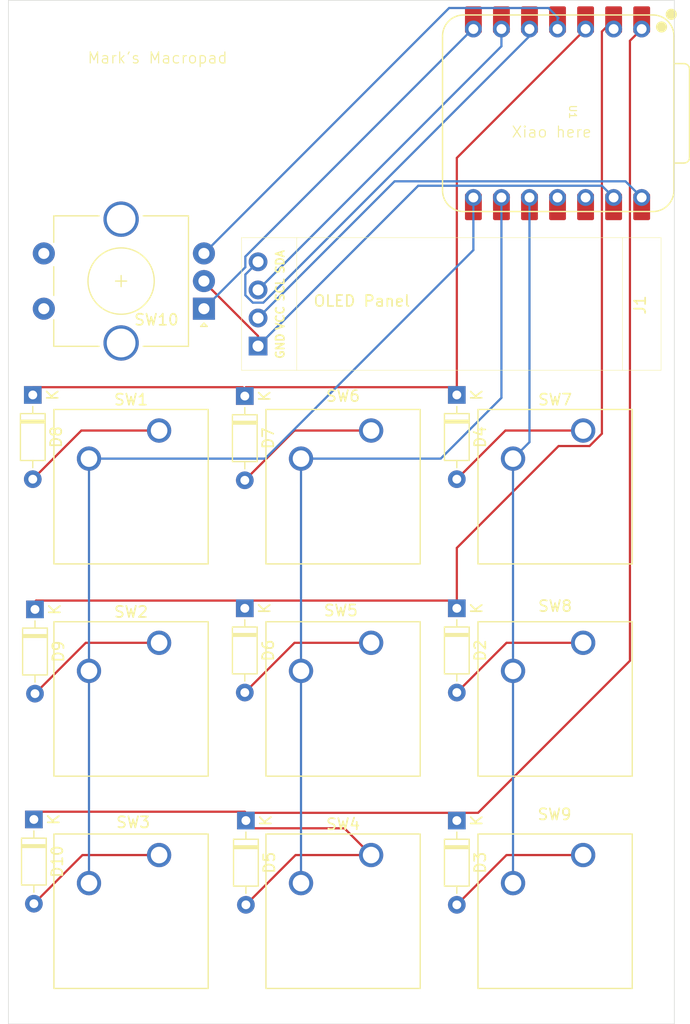
<source format=kicad_pcb>
(kicad_pcb (version 20241229) (generator "pcbnew") (generator_version "9.0")
  (layers (0 "F.Cu" signal) (2 "B.Cu" signal) (13 "F.Paste" user) (15 "B.Paste" user) (5 "F.SilkS" user "F.Silkscreen") (7 "B.SilkS" user "B.Silkscreen") (1 "F.Mask" user) (3 "B.Mask" user) (25 "Edge.Cuts" user))
  (net 0 "")
  (net 1 "Net-(D2-A)")
  (net 2 "Net-(D2-K)")
  (net 3 "Net-(D10-K)")
  (net 4 "Net-(D3-A)")
  (net 5 "Net-(D4-A)")
  (net 6 "Net-(D4-K)")
  (net 7 "Net-(D5-A)")
  (net 8 "Net-(D6-A)")
  (net 9 "Net-(D7-A)")
  (net 10 "Net-(D8-A)")
  (net 11 "Net-(D9-A)")
  (net 12 "Net-(D10-A)")
  (net 15 "Net-(U1-GPIO1{slash}RX)")
  (net 16 "Net-(U1-GPIO2{slash}SCK)")
  (net 17 "Net-(U1-GPIO4{slash}MISO)")
  (net 18 "Net-(J1-Pin_3)")
  (net 19 "Net-(J1-Pin_4)")
  (net 20 "Net-(J1-Pin_2)")
  (net 21 "Net-(J1-Pin_1)")
  (net 24 "Net-(U1-GPIO29{slash}ADC3{slash}A3)")
  (net 25 "Net-(U1-GPIO0{slash}TX)")
  (footprint "Dio:D_DO-35_SOD27_P7.62mm_Horizontal" (layer "F.Cu") (at 118.3 122.1 -90)
    (property "Reference" "D10" (at 3.81 -2.12 270) (layer "F.SilkS"))
    (property "Value" "1N4148WT")
    (fp_line (start 1.69 1.12) (end 5.93 1.12) (stroke (width 0.12)) (layer "F.SilkS"))
    (fp_line (start 5.93 1.12) (end 5.93 -1.12) (stroke (width 0.12)) (layer "F.SilkS"))
    (fp_line (start 1.04 0) (end 1.69 0) (stroke (width 0.12)) (layer "F.SilkS"))
    (fp_line (start 6.58 0) (end 5.93 0) (stroke (width 0.12)) (layer "F.SilkS"))
    (fp_line (start 1.69 -1.12) (end 1.69 1.12) (stroke (width 0.12)) (layer "F.SilkS"))
    (fp_line (start 2.29 -1.12) (end 2.29 1.12) (stroke (width 0.12)) (layer "F.SilkS"))
    (fp_line (start 2.41 -1.12) (end 2.41 1.12) (stroke (width 0.12)) (layer "F.SilkS"))
    (fp_line (start 2.53 -1.12) (end 2.53 1.12) (stroke (width 0.12)) (layer "F.SilkS"))
    (fp_line (start 5.93 -1.12) (end 1.69 -1.12) (stroke (width 0.12)) (layer "F.SilkS"))
    (fp_text user "K" (at 0 -1.8 270) (layer "F.SilkS"))
    (pad "1" thru_hole rect (at 0 0 270) (size 1.6 1.6) (drill 0.8) (layers "*.Cu" "*.Mask") (net 3 "Net-(D10-K)"))
    (pad "2" thru_hole oval (at 7.62 0 270) (size 1.6 1.6) (drill 0.8) (layers "*.Cu" "*.Mask") (net 12 "Net-(D10-A)"))
  )
  (footprint "Dio:D_DO-35_SOD27_P7.62mm_Horizontal" (layer "F.Cu") (at 156.6 103 -90)
    (property "Reference" "D2" (at 3.81 -2.12 270) (layer "F.SilkS"))
    (property "Value" "1N4148WT")
    (fp_line (start 1.69 1.12) (end 5.93 1.12) (stroke (width 0.12)) (layer "F.SilkS"))
    (fp_line (start 5.93 1.12) (end 5.93 -1.12) (stroke (width 0.12)) (layer "F.SilkS"))
    (fp_line (start 1.04 0) (end 1.69 0) (stroke (width 0.12)) (layer "F.SilkS"))
    (fp_line (start 6.58 0) (end 5.93 0) (stroke (width 0.12)) (layer "F.SilkS"))
    (fp_line (start 1.69 -1.12) (end 1.69 1.12) (stroke (width 0.12)) (layer "F.SilkS"))
    (fp_line (start 2.29 -1.12) (end 2.29 1.12) (stroke (width 0.12)) (layer "F.SilkS"))
    (fp_line (start 2.41 -1.12) (end 2.41 1.12) (stroke (width 0.12)) (layer "F.SilkS"))
    (fp_line (start 2.53 -1.12) (end 2.53 1.12) (stroke (width 0.12)) (layer "F.SilkS"))
    (fp_line (start 5.93 -1.12) (end 1.69 -1.12) (stroke (width 0.12)) (layer "F.SilkS"))
    (fp_text user "K" (at 0 -1.8 270) (layer "F.SilkS"))
    (pad "1" thru_hole rect (at 0 0 270) (size 1.6 1.6) (drill 0.8) (layers "*.Cu" "*.Mask") (net 2 "Net-(D2-K)"))
    (pad "2" thru_hole oval (at 7.62 0 270) (size 1.6 1.6) (drill 0.8) (layers "*.Cu" "*.Mask") (net 1 "Net-(D2-A)"))
  )
  (footprint "OLED:SSD1306-0.91-OLED-4pin-128x32" (layer "F.Cu") (at 175.1 81.47 180)
    (property "Reference" "J1" (at 1.9 5.91 90) (layer "F.SilkS"))
    (property "Value" "OLED" (hide yes))
    (fp_line (start 38 12) (end 38 0) (stroke (width 0.04)) (layer "F.SilkS"))
    (fp_line (start 38 0) (end 0 0) (stroke (width 0.04)) (layer "F.SilkS"))
    (fp_line (start 33 0) (end 33 12) (stroke (width 0.04)) (layer "F.SilkS"))
    (fp_line (start 3.5 0) (end 3.5 12) (stroke (width 0.04)) (layer "F.SilkS"))
    (fp_line (start 0 12) (end 38 12) (stroke (width 0.04)) (layer "F.SilkS"))
    (fp_line (start 0 0) (end 0 12) (stroke (width 0.04)) (layer "F.SilkS"))
    (fp_text user "SCL" (at 34.5 7.27 90) (layer "F.SilkS") (effects (font (size 0.75 0.75))))
    (fp_text user "VCC" (at 34.5 4.73 90) (layer "F.SilkS") (effects (font (size 0.75 0.75))))
    (fp_text user "GND" (at 34.5 2.19 90) (layer "F.SilkS") (effects (font (size 0.75 0.75))))
    (fp_text user "SDA" (at 34.5 9.81 90) (layer "F.SilkS") (effects (font (size 0.75 0.75))))
    (fp_text user "OLED Panel" (at 27.1 6.27 0) (layer "F.SilkS"))
    (pad "1" thru_hole rect (at 36.5 2.19 180) (size 1.7 1.7) (drill 1) (layers "*.Cu" "*.Mask") (net 21 "Net-(J1-Pin_1)"))
    (pad "2" thru_hole oval (at 36.5 4.73 180) (size 1.7 1.7) (drill 1) (layers "*.Cu" "*.Mask") (net 20 "Net-(J1-Pin_2)"))
    (pad "3" thru_hole oval (at 36.5 7.27 180) (size 1.7 1.7) (drill 1) (layers "*.Cu" "*.Mask") (net 18 "Net-(J1-Pin_3)"))
    (pad "4" thru_hole oval (at 36.5 9.81 180) (size 1.7 1.7) (drill 1) (layers "*.Cu" "*.Mask") (net 19 "Net-(J1-Pin_4)"))
  )
  (footprint "Rotary_Encoder:RotaryEncoder_Alps_EC11E-Switch_Vertical_H20mm_CircularMountingHoles" (layer "F.Cu") (at 133.7 75.9 180)
    (property "Reference" "SW10" (at 4.3 -1 0) (layer "F.SilkS"))
    (property "Value" "RotaryEncoder_Switch" (hide yes))
    (fp_line (start 13.6 8.4) (end 9.5 8.4) (stroke (width 0.12)) (layer "F.SilkS"))
    (fp_line (start 13.6 6) (end 13.6 8.4) (stroke (width 0.12)) (layer "F.SilkS"))
    (fp_line (start 13.6 1.2) (end 13.6 3.8) (stroke (width 0.12)) (layer "F.SilkS"))
    (fp_line (start 13.6 -3.4) (end 13.6 -1) (stroke (width 0.12)) (layer "F.SilkS"))
    (fp_line (start 9.5 -3.4) (end 13.6 -3.4) (stroke (width 0.12)) (layer "F.SilkS"))
    (fp_line (start 7.5 2) (end 7.5 3) (stroke (width 0.12)) (layer "F.SilkS"))
    (fp_line (start 7 2.5) (end 8 2.5) (stroke (width 0.12)) (layer "F.SilkS"))
    (fp_line (start 5.5 8.4) (end 1.4 8.4) (stroke (width 0.12)) (layer "F.SilkS"))
    (fp_line (start 5.5 -3.4) (end 1.4 -3.4) (stroke (width 0.12)) (layer "F.SilkS"))
    (fp_line (start 1.4 -3.4) (end 1.4 8.4) (stroke (width 0.12)) (layer "F.SilkS"))
    (fp_line (start 0.3 -1.6) (end 0 -1.3) (stroke (width 0.12)) (layer "F.SilkS"))
    (fp_line (start 0 -1.3) (end -0.3 -1.6) (stroke (width 0.12)) (layer "F.SilkS"))
    (fp_line (start -0.3 -1.6) (end 0.3 -1.6) (stroke (width 0.12)) (layer "F.SilkS"))
    (fp_circle (center 7.5 2.5) (end 10.5 2.5) (stroke (width 0.12)) (fill no) (layer "F.SilkS"))
    (pad "A" thru_hole rect (at 0 0 180) (size 2 2) (drill 1) (layers "*.Cu" "*.Mask") (net 25 "Net-(U1-GPIO0{slash}TX)"))
    (pad "B" thru_hole circle (at 0 5 180) (size 2 2) (drill 1) (layers "*.Cu" "*.Mask") (net 24 "Net-(U1-GPIO29{slash}ADC3{slash}A3)"))
    (pad "C" thru_hole circle (at 0 2.5 180) (size 2 2) (drill 1) (layers "*.Cu" "*.Mask") (net 21 "Net-(J1-Pin_1)"))
    (pad "MP" thru_hole circle (at 7.5 -3.1 180) (size 3.2 3.2) (drill 2.6) (layers "*.Cu" "*.Mask"))
    (pad "MP" thru_hole circle (at 7.5 8.1 180) (size 3.2 3.2) (drill 2.6) (layers "*.Cu" "*.Mask"))
    (pad "S1" thru_hole circle (at 14.5 5 180) (size 2 2) (drill 1) (layers "*.Cu" "*.Mask"))
    (pad "S2" thru_hole circle (at 14.5 0 180) (size 2 2) (drill 1) (layers "*.Cu" "*.Mask"))
  )
  (footprint "Dio:D_DO-35_SOD27_P7.62mm_Horizontal" (layer "F.Cu") (at 118.4 103.1 -90)
    (property "Reference" "D9" (at 3.81 -2.12 270) (layer "F.SilkS"))
    (property "Value" "1N4148WT")
    (fp_line (start 1.69 1.12) (end 5.93 1.12) (stroke (width 0.12)) (layer "F.SilkS"))
    (fp_line (start 5.93 1.12) (end 5.93 -1.12) (stroke (width 0.12)) (layer "F.SilkS"))
    (fp_line (start 1.04 0) (end 1.69 0) (stroke (width 0.12)) (layer "F.SilkS"))
    (fp_line (start 6.58 0) (end 5.93 0) (stroke (width 0.12)) (layer "F.SilkS"))
    (fp_line (start 1.69 -1.12) (end 1.69 1.12) (stroke (width 0.12)) (layer "F.SilkS"))
    (fp_line (start 2.29 -1.12) (end 2.29 1.12) (stroke (width 0.12)) (layer "F.SilkS"))
    (fp_line (start 2.41 -1.12) (end 2.41 1.12) (stroke (width 0.12)) (layer "F.SilkS"))
    (fp_line (start 2.53 -1.12) (end 2.53 1.12) (stroke (width 0.12)) (layer "F.SilkS"))
    (fp_line (start 5.93 -1.12) (end 1.69 -1.12) (stroke (width 0.12)) (layer "F.SilkS"))
    (fp_text user "K" (at 0 -1.8 270) (layer "F.SilkS"))
    (pad "1" thru_hole rect (at 0 0 270) (size 1.6 1.6) (drill 0.8) (layers "*.Cu" "*.Mask") (net 2 "Net-(D2-K)"))
    (pad "2" thru_hole oval (at 7.62 0 270) (size 1.6 1.6) (drill 0.8) (layers "*.Cu" "*.Mask") (net 11 "Net-(D9-A)"))
  )
  (footprint "Dio:D_DO-35_SOD27_P7.62mm_Horizontal" (layer "F.Cu") (at 137.5 122.2 -90)
    (property "Reference" "D5" (at 3.81 -2.12 270) (layer "F.SilkS"))
    (property "Value" "1N4148WT")
    (fp_line (start 1.69 1.12) (end 5.93 1.12) (stroke (width 0.12)) (layer "F.SilkS"))
    (fp_line (start 5.93 1.12) (end 5.93 -1.12) (stroke (width 0.12)) (layer "F.SilkS"))
    (fp_line (start 1.04 0) (end 1.69 0) (stroke (width 0.12)) (layer "F.SilkS"))
    (fp_line (start 6.58 0) (end 5.93 0) (stroke (width 0.12)) (layer "F.SilkS"))
    (fp_line (start 1.69 -1.12) (end 1.69 1.12) (stroke (width 0.12)) (layer "F.SilkS"))
    (fp_line (start 2.29 -1.12) (end 2.29 1.12) (stroke (width 0.12)) (layer "F.SilkS"))
    (fp_line (start 2.41 -1.12) (end 2.41 1.12) (stroke (width 0.12)) (layer "F.SilkS"))
    (fp_line (start 2.53 -1.12) (end 2.53 1.12) (stroke (width 0.12)) (layer "F.SilkS"))
    (fp_line (start 5.93 -1.12) (end 1.69 -1.12) (stroke (width 0.12)) (layer "F.SilkS"))
    (fp_text user "K" (at 0 -1.8 270) (layer "F.SilkS"))
    (pad "1" thru_hole rect (at 0 0 270) (size 1.6 1.6) (drill 0.8) (layers "*.Cu" "*.Mask") (net 3 "Net-(D10-K)"))
    (pad "2" thru_hole oval (at 7.62 0 270) (size 1.6 1.6) (drill 0.8) (layers "*.Cu" "*.Mask") (net 7 "Net-(D5-A)"))
  )
  (footprint "Button_Switch_Keyboard:SW_Cherry_MX_1.00u_PCB" (layer "F.Cu") (at 148.84 125.32)
    (property "Reference" "SW4" (at -2.54 -2.794 0) (layer "F.SilkS"))
    (property "Value" "SW_Push")
    (fp_line (start -9.525 -1.905) (end 4.445 -1.905) (stroke (width 0.12)) (layer "F.SilkS"))
    (fp_line (start -9.525 12.065) (end -9.525 -1.905) (stroke (width 0.12)) (layer "F.SilkS"))
    (fp_line (start 4.445 -1.905) (end 4.445 12.065) (stroke (width 0.12)) (layer "F.SilkS"))
    (fp_line (start 4.445 12.065) (end -9.525 12.065) (stroke (width 0.12)) (layer "F.SilkS"))
    (pad "" np_thru_hole circle (at -7.62 5.08) (size 1.7 1.7) (drill 1.7) (layers "*.Cu" "*.Mask"))
    (pad "" np_thru_hole circle (at -2.54 5.08) (size 4 4) (drill 4) (layers "*.Cu" "*.Mask"))
    (pad "" np_thru_hole circle (at 2.54 5.08) (size 1.7 1.7) (drill 1.7) (layers "*.Cu" "*.Mask"))
    (pad "1" thru_hole circle (at 0 0) (size 2.2 2.2) (drill 1.5) (layers "*.Cu" "*.Mask") (net 7 "Net-(D5-A)"))
    (pad "2" thru_hole circle (at -6.35 2.54) (size 2.2 2.2) (drill 1.5) (layers "*.Cu" "*.Mask") (net 16 "Net-(U1-GPIO2{slash}SCK)"))
  )
  (footprint "Button_Switch_Keyboard:SW_Cherry_MX_1.00u_PCB" (layer "F.Cu") (at 168.04 106.12)
    (property "Reference" "SW8" (at -2.54 -3.32 0) (layer "F.SilkS"))
    (property "Value" "SW_Push")
    (fp_line (start -9.525 -1.905) (end 4.445 -1.905) (stroke (width 0.12)) (layer "F.SilkS"))
    (fp_line (start -9.525 12.065) (end -9.525 -1.905) (stroke (width 0.12)) (layer "F.SilkS"))
    (fp_line (start 4.445 -1.905) (end 4.445 12.065) (stroke (width 0.12)) (layer "F.SilkS"))
    (fp_line (start 4.445 12.065) (end -9.525 12.065) (stroke (width 0.12)) (layer "F.SilkS"))
    (pad "" np_thru_hole circle (at -7.62 5.08) (size 1.7 1.7) (drill 1.7) (layers "*.Cu" "*.Mask"))
    (pad "" np_thru_hole circle (at -2.54 5.08) (size 4 4) (drill 4) (layers "*.Cu" "*.Mask"))
    (pad "" np_thru_hole circle (at 2.54 5.08) (size 1.7 1.7) (drill 1.7) (layers "*.Cu" "*.Mask"))
    (pad "1" thru_hole circle (at 0 0) (size 2.2 2.2) (drill 1.5) (layers "*.Cu" "*.Mask") (net 1 "Net-(D2-A)"))
    (pad "2" thru_hole circle (at -6.35 2.54) (size 2.2 2.2) (drill 1.5) (layers "*.Cu" "*.Mask") (net 17 "Net-(U1-GPIO4{slash}MISO)"))
  )
  (footprint "Dio:D_DO-35_SOD27_P7.62mm_Horizontal" (layer "F.Cu") (at 137.4 83.8 -90)
    (property "Reference" "D7" (at 3.81 -2.12 270) (layer "F.SilkS"))
    (property "Value" "1N4148WT")
    (fp_line (start 1.69 1.12) (end 5.93 1.12) (stroke (width 0.12)) (layer "F.SilkS"))
    (fp_line (start 5.93 1.12) (end 5.93 -1.12) (stroke (width 0.12)) (layer "F.SilkS"))
    (fp_line (start 1.04 0) (end 1.69 0) (stroke (width 0.12)) (layer "F.SilkS"))
    (fp_line (start 6.58 0) (end 5.93 0) (stroke (width 0.12)) (layer "F.SilkS"))
    (fp_line (start 1.69 -1.12) (end 1.69 1.12) (stroke (width 0.12)) (layer "F.SilkS"))
    (fp_line (start 2.29 -1.12) (end 2.29 1.12) (stroke (width 0.12)) (layer "F.SilkS"))
    (fp_line (start 2.41 -1.12) (end 2.41 1.12) (stroke (width 0.12)) (layer "F.SilkS"))
    (fp_line (start 2.53 -1.12) (end 2.53 1.12) (stroke (width 0.12)) (layer "F.SilkS"))
    (fp_line (start 5.93 -1.12) (end 1.69 -1.12) (stroke (width 0.12)) (layer "F.SilkS"))
    (fp_text user "K" (at 0 -1.8 270) (layer "F.SilkS"))
    (pad "1" thru_hole rect (at 0 0 270) (size 1.6 1.6) (drill 0.8) (layers "*.Cu" "*.Mask") (net 6 "Net-(D4-K)"))
    (pad "2" thru_hole oval (at 7.62 0 270) (size 1.6 1.6) (drill 0.8) (layers "*.Cu" "*.Mask") (net 9 "Net-(D7-A)"))
  )
  (footprint "Dio:D_DO-35_SOD27_P7.62mm_Horizontal" (layer "F.Cu") (at 156.6 122.2 -90)
    (property "Reference" "D3" (at 3.81 -2.12 270) (layer "F.SilkS"))
    (property "Value" "1N4148WT")
    (fp_line (start 1.69 1.12) (end 5.93 1.12) (stroke (width 0.12)) (layer "F.SilkS"))
    (fp_line (start 5.93 1.12) (end 5.93 -1.12) (stroke (width 0.12)) (layer "F.SilkS"))
    (fp_line (start 1.04 0) (end 1.69 0) (stroke (width 0.12)) (layer "F.SilkS"))
    (fp_line (start 6.58 0) (end 5.93 0) (stroke (width 0.12)) (layer "F.SilkS"))
    (fp_line (start 1.69 -1.12) (end 1.69 1.12) (stroke (width 0.12)) (layer "F.SilkS"))
    (fp_line (start 2.29 -1.12) (end 2.29 1.12) (stroke (width 0.12)) (layer "F.SilkS"))
    (fp_line (start 2.41 -1.12) (end 2.41 1.12) (stroke (width 0.12)) (layer "F.SilkS"))
    (fp_line (start 2.53 -1.12) (end 2.53 1.12) (stroke (width 0.12)) (layer "F.SilkS"))
    (fp_line (start 5.93 -1.12) (end 1.69 -1.12) (stroke (width 0.12)) (layer "F.SilkS"))
    (fp_text user "K" (at 0 -1.8 270) (layer "F.SilkS"))
    (pad "1" thru_hole rect (at 0 0 270) (size 1.6 1.6) (drill 0.8) (layers "*.Cu" "*.Mask") (net 3 "Net-(D10-K)"))
    (pad "2" thru_hole oval (at 7.62 0 270) (size 1.6 1.6) (drill 0.8) (layers "*.Cu" "*.Mask") (net 4 "Net-(D3-A)"))
  )
  (footprint "Button_Switch_Keyboard:SW_Cherry_MX_1.00u_PCB" (layer "F.Cu") (at 148.84 106.12)
    (property "Reference" "SW5" (at -2.74 -2.92 0) (layer "F.SilkS"))
    (property "Value" "SW_Push")
    (fp_line (start -9.525 -1.905) (end 4.445 -1.905) (stroke (width 0.12)) (layer "F.SilkS"))
    (fp_line (start -9.525 12.065) (end -9.525 -1.905) (stroke (width 0.12)) (layer "F.SilkS"))
    (fp_line (start 4.445 -1.905) (end 4.445 12.065) (stroke (width 0.12)) (layer "F.SilkS"))
    (fp_line (start 4.445 12.065) (end -9.525 12.065) (stroke (width 0.12)) (layer "F.SilkS"))
    (pad "" np_thru_hole circle (at -7.62 5.08) (size 1.7 1.7) (drill 1.7) (layers "*.Cu" "*.Mask"))
    (pad "" np_thru_hole circle (at -2.54 5.08) (size 4 4) (drill 4) (layers "*.Cu" "*.Mask"))
    (pad "" np_thru_hole circle (at 2.54 5.08) (size 1.7 1.7) (drill 1.7) (layers "*.Cu" "*.Mask"))
    (pad "1" thru_hole circle (at 0 0) (size 2.2 2.2) (drill 1.5) (layers "*.Cu" "*.Mask") (net 8 "Net-(D6-A)"))
    (pad "2" thru_hole circle (at -6.35 2.54) (size 2.2 2.2) (drill 1.5) (layers "*.Cu" "*.Mask") (net 16 "Net-(U1-GPIO2{slash}SCK)"))
  )
  (footprint "Dio:D_DO-35_SOD27_P7.62mm_Horizontal" (layer "F.Cu") (at 137.4 103 -90)
    (property "Reference" "D6" (at 3.81 -2.12 270) (layer "F.SilkS"))
    (property "Value" "1N4148WT")
    (fp_line (start 1.69 1.12) (end 5.93 1.12) (stroke (width 0.12)) (layer "F.SilkS"))
    (fp_line (start 5.93 1.12) (end 5.93 -1.12) (stroke (width 0.12)) (layer "F.SilkS"))
    (fp_line (start 1.04 0) (end 1.69 0) (stroke (width 0.12)) (layer "F.SilkS"))
    (fp_line (start 6.58 0) (end 5.93 0) (stroke (width 0.12)) (layer "F.SilkS"))
    (fp_line (start 1.69 -1.12) (end 1.69 1.12) (stroke (width 0.12)) (layer "F.SilkS"))
    (fp_line (start 2.29 -1.12) (end 2.29 1.12) (stroke (width 0.12)) (layer "F.SilkS"))
    (fp_line (start 2.41 -1.12) (end 2.41 1.12) (stroke (width 0.12)) (layer "F.SilkS"))
    (fp_line (start 2.53 -1.12) (end 2.53 1.12) (stroke (width 0.12)) (layer "F.SilkS"))
    (fp_line (start 5.93 -1.12) (end 1.69 -1.12) (stroke (width 0.12)) (layer "F.SilkS"))
    (fp_text user "K" (at 0 -1.8 270) (layer "F.SilkS"))
    (pad "1" thru_hole rect (at 0 0 270) (size 1.6 1.6) (drill 0.8) (layers "*.Cu" "*.Mask") (net 2 "Net-(D2-K)"))
    (pad "2" thru_hole oval (at 7.62 0 270) (size 1.6 1.6) (drill 0.8) (layers "*.Cu" "*.Mask") (net 8 "Net-(D6-A)"))
  )
  (footprint "Button_Switch_Keyboard:SW_Cherry_MX_1.00u_PCB" (layer "F.Cu") (at 129.64 125.32)
    (property "Reference" "SW3" (at -2.35 -2.96 0) (layer "F.SilkS"))
    (property "Value" "SW_Push")
    (fp_line (start -9.525 -1.905) (end 4.445 -1.905) (stroke (width 0.12)) (layer "F.SilkS"))
    (fp_line (start -9.525 12.065) (end -9.525 -1.905) (stroke (width 0.12)) (layer "F.SilkS"))
    (fp_line (start 4.445 -1.905) (end 4.445 12.065) (stroke (width 0.12)) (layer "F.SilkS"))
    (fp_line (start 4.445 12.065) (end -9.525 12.065) (stroke (width 0.12)) (layer "F.SilkS"))
    (pad "" np_thru_hole circle (at -7.62 5.08) (size 1.7 1.7) (drill 1.7) (layers "*.Cu" "*.Mask"))
    (pad "" np_thru_hole circle (at -2.54 5.08) (size 4 4) (drill 4) (layers "*.Cu" "*.Mask"))
    (pad "" np_thru_hole circle (at 2.54 5.08) (size 1.7 1.7) (drill 1.7) (layers "*.Cu" "*.Mask"))
    (pad "1" thru_hole circle (at 0 0) (size 2.2 2.2) (drill 1.5) (layers "*.Cu" "*.Mask") (net 12 "Net-(D10-A)"))
    (pad "2" thru_hole circle (at -6.35 2.54) (size 2.2 2.2) (drill 1.5) (layers "*.Cu" "*.Mask") (net 15 "Net-(U1-GPIO1{slash}RX)"))
  )
  (footprint "Button_Switch_Keyboard:SW_Cherry_MX_1.00u_PCB" (layer "F.Cu") (at 168.04 86.92)
    (property "Reference" "SW7" (at -2.54 -2.794 0) (layer "F.SilkS"))
    (property "Value" "SW_Push")
    (fp_line (start -9.525 -1.905) (end 4.445 -1.905) (stroke (width 0.12)) (layer "F.SilkS"))
    (fp_line (start -9.525 12.065) (end -9.525 -1.905) (stroke (width 0.12)) (layer "F.SilkS"))
    (fp_line (start 4.445 -1.905) (end 4.445 12.065) (stroke (width 0.12)) (layer "F.SilkS"))
    (fp_line (start 4.445 12.065) (end -9.525 12.065) (stroke (width 0.12)) (layer "F.SilkS"))
    (pad "" np_thru_hole circle (at -7.62 5.08) (size 1.7 1.7) (drill 1.7) (layers "*.Cu" "*.Mask"))
    (pad "" np_thru_hole circle (at -2.54 5.08) (size 4 4) (drill 4) (layers "*.Cu" "*.Mask"))
    (pad "" np_thru_hole circle (at 2.54 5.08) (size 1.7 1.7) (drill 1.7) (layers "*.Cu" "*.Mask"))
    (pad "1" thru_hole circle (at 0 0) (size 2.2 2.2) (drill 1.5) (layers "*.Cu" "*.Mask") (net 5 "Net-(D4-A)"))
    (pad "2" thru_hole circle (at -6.35 2.54) (size 2.2 2.2) (drill 1.5) (layers "*.Cu" "*.Mask") (net 17 "Net-(U1-GPIO4{slash}MISO)"))
  )
  (footprint "Button_Switch_Keyboard:SW_Cherry_MX_1.00u_PCB" (layer "F.Cu") (at 129.64 106.12)
    (property "Reference" "SW2" (at -2.54 -2.794 0) (layer "F.SilkS"))
    (property "Value" "SW_Push")
    (fp_line (start -9.525 -1.905) (end 4.445 -1.905) (stroke (width 0.12)) (layer "F.SilkS"))
    (fp_line (start -9.525 12.065) (end -9.525 -1.905) (stroke (width 0.12)) (layer "F.SilkS"))
    (fp_line (start 4.445 -1.905) (end 4.445 12.065) (stroke (width 0.12)) (layer "F.SilkS"))
    (fp_line (start 4.445 12.065) (end -9.525 12.065) (stroke (width 0.12)) (layer "F.SilkS"))
    (pad "" np_thru_hole circle (at -7.62 5.08) (size 1.7 1.7) (drill 1.7) (layers "*.Cu" "*.Mask"))
    (pad "" np_thru_hole circle (at -2.54 5.08) (size 4 4) (drill 4) (layers "*.Cu" "*.Mask"))
    (pad "" np_thru_hole circle (at 2.54 5.08) (size 1.7 1.7) (drill 1.7) (layers "*.Cu" "*.Mask"))
    (pad "1" thru_hole circle (at 0 0) (size 2.2 2.2) (drill 1.5) (layers "*.Cu" "*.Mask") (net 11 "Net-(D9-A)"))
    (pad "2" thru_hole circle (at -6.35 2.54) (size 2.2 2.2) (drill 1.5) (layers "*.Cu" "*.Mask") (net 15 "Net-(U1-GPIO1{slash}RX)"))
  )
  (footprint "Button_Switch_Keyboard:SW_Cherry_MX_1.00u_PCB" (layer "F.Cu") (at 129.64 86.92)
    (property "Reference" "SW1" (at -2.54 -2.794 0) (layer "F.SilkS"))
    (property "Value" "SW_Push")
    (fp_line (start -9.525 -1.905) (end 4.445 -1.905) (stroke (width 0.12)) (layer "F.SilkS"))
    (fp_line (start -9.525 12.065) (end -9.525 -1.905) (stroke (width 0.12)) (layer "F.SilkS"))
    (fp_line (start 4.445 -1.905) (end 4.445 12.065) (stroke (width 0.12)) (layer "F.SilkS"))
    (fp_line (start 4.445 12.065) (end -9.525 12.065) (stroke (width 0.12)) (layer "F.SilkS"))
    (pad "" np_thru_hole circle (at -7.62 5.08) (size 1.7 1.7) (drill 1.7) (layers "*.Cu" "*.Mask"))
    (pad "" np_thru_hole circle (at -2.54 5.08) (size 4 4) (drill 4) (layers "*.Cu" "*.Mask"))
    (pad "" np_thru_hole circle (at 2.54 5.08) (size 1.7 1.7) (drill 1.7) (layers "*.Cu" "*.Mask"))
    (pad "1" thru_hole circle (at 0 0) (size 2.2 2.2) (drill 1.5) (layers "*.Cu" "*.Mask") (net 10 "Net-(D8-A)"))
    (pad "2" thru_hole circle (at -6.35 2.54) (size 2.2 2.2) (drill 1.5) (layers "*.Cu" "*.Mask") (net 15 "Net-(U1-GPIO1{slash}RX)"))
  )
  (footprint "OPL:XIAO-RP2040-DIP" (layer "F.Cu") (at 165.72 58.22 -90)
    (property "Reference" "U1" (at -0.12 -1.38 270) (layer "F.SilkS") (effects (font (size 0.635 0.635) (thickness 0.1016))))
    (property "Value" "XIAO-RP2040-DIP" (hide yes))
    (fp_line (start -6.985 10.414) (end 6.985 10.414) (stroke (width 0.127)) (layer "F.SilkS"))
    (fp_line (start -8.89 8.509) (end -8.89 -8.636) (stroke (width 0.127)) (layer "F.SilkS"))
    (fp_line (start 8.89 8.509) (end 8.89 -8.636) (stroke (width 0.127)) (layer "F.SilkS"))
    (fp_line (start -4.495 -10.541) (end -4.491272 -11.451272) (stroke (width 0.127)) (layer "F.SilkS"))
    (fp_line (start 6.985 -10.541) (end -6.985 -10.541) (stroke (width 0.1)) (layer "F.SilkS"))
    (fp_line (start 6.985 -10.541) (end -6.985 -10.541) (stroke (width 0.127)) (layer "F.SilkS"))
    (fp_line (start 4.504 -11.451) (end 4.504 -10.541) (stroke (width 0.127)) (layer "F.SilkS"))
    (fp_line (start -3.991272 -11.951) (end 4.004 -11.951) (stroke (width 0.127)) (layer "F.SilkS"))
    (fp_arc (start -6.985 10.414) (mid -8.332038 9.856038) (end -8.89 8.509) (stroke (width 0.127)) (layer "F.SilkS"))
    (fp_arc (start 8.89 8.509) (mid 8.332038 9.856038) (end 6.985 10.414) (stroke (width 0.127)) (layer "F.SilkS"))
    (fp_arc (start -8.89 -8.636) (mid -8.332038 -9.983038) (end -6.985 -10.541) (stroke (width 0.127)) (layer "F.SilkS"))
    (fp_arc (start 6.985 -10.541) (mid 8.332038 -9.983038) (end 8.89 -8.636) (stroke (width 0.127)) (layer "F.SilkS"))
    (fp_arc (start -4.491272 -11.451272) (mid -4.344728 -11.80464) (end -3.991272 -11.951) (stroke (width 0.127)) (layer "F.SilkS"))
    (fp_arc (start 4.004 -11.951) (mid 4.357553 -11.804553) (end 4.504 -11.451) (stroke (width 0.127)) (layer "F.SilkS"))
    (fp_circle (center -7.807 -9.42) (end -7.807 -9.674) (stroke (width 0.5)) (fill yes) (layer "F.SilkS"))
    (fp_circle (center -8.95 -10.3) (end -8.95 -10.554) (stroke (width 0.5)) (fill yes) (layer "F.SilkS"))
    (pad "1" smd roundrect (at -8.455 -7.62 90) (size 2.432 1.524) (layers "F.Cu" "F.Mask") (roundrect_rratio 0.1) (net 3 "Net-(D10-K)"))
    (pad "1" thru_hole circle (at -7.62 -7.62 90) (size 1.524 1.524) (drill 0.889) (layers "*.Cu" "*.Mask") (net 3 "Net-(D10-K)"))
    (pad "2" smd roundrect (at -8.455 -5.08 90) (size 2.432 1.524) (layers "F.Cu" "F.Mask") (roundrect_rratio 0.1) (net 2 "Net-(D2-K)"))
    (pad "2" thru_hole circle (at -7.62 -5.08 90) (size 1.524 1.524) (drill 0.889) (layers "*.Cu" "*.Mask") (net 2 "Net-(D2-K)"))
    (pad "3" smd roundrect (at -8.455 -2.54 90) (size 2.432 1.524) (layers "F.Cu" "F.Mask") (roundrect_rratio 0.1) (net 6 "Net-(D4-K)"))
    (pad "3" thru_hole circle (at -7.62 -2.54 90) (size 1.524 1.524) (drill 0.889) (layers "*.Cu" "*.Mask") (net 6 "Net-(D4-K)"))
    (pad "4" smd roundrect (at -8.455 0 90) (size 2.432 1.524) (layers "F.Cu" "F.Mask") (roundrect_rratio 0.1) (net 24 "Net-(U1-GPIO29{slash}ADC3{slash}A3)"))
    (pad "4" thru_hole circle (at -7.62 0 90) (size 1.524 1.524) (drill 0.889) (layers "*.Cu" "*.Mask") (net 24 "Net-(U1-GPIO29{slash}ADC3{slash}A3)"))
    (pad "5" smd roundrect (at -8.455 2.54 90) (size 2.432 1.524) (layers "F.Cu" "F.Mask") (roundrect_rratio 0.1) (net 19 "Net-(J1-Pin_4)"))
    (pad "5" thru_hole circle (at -7.62 2.54 90) (size 1.524 1.524) (drill 0.889) (layers "*.Cu" "*.Mask") (net 19 "Net-(J1-Pin_4)"))
    (pad "6" smd roundrect (at -8.455 5.08 90) (size 2.432 1.524) (layers "F.Cu" "F.Mask") (roundrect_rratio 0.1) (net 18 "Net-(J1-Pin_3)"))
    (pad "6" thru_hole circle (at -7.62 5.08 90) (size 1.524 1.524) (drill 0.889) (layers "*.Cu" "*.Mask") (net 18 "Net-(J1-Pin_3)"))
    (pad "7" smd roundrect (at -8.455 7.62 90) (size 2.432 1.524) (layers "F.Cu" "F.Mask") (roundrect_rratio 0.1) (net 25 "Net-(U1-GPIO0{slash}TX)"))
    (pad "7" thru_hole circle (at -7.62 7.62 90) (size 1.524 1.524) (drill 0.889) (layers "*.Cu" "*.Mask") (net 25 "Net-(U1-GPIO0{slash}TX)"))
    (pad "8" thru_hole circle (at 7.62 7.62 270) (size 1.524 1.524) (drill 0.889) (layers "*.Cu" "*.Mask") (net 15 "Net-(U1-GPIO1{slash}RX)"))
    (pad "8" smd roundrect (at 8.455 7.62 270) (size 2.432 1.524) (layers "F.Cu" "F.Mask") (roundrect_rratio 0.1) (net 15 "Net-(U1-GPIO1{slash}RX)"))
    (pad "9" thru_hole circle (at 7.62 5.08 270) (size 1.524 1.524) (drill 0.889) (layers "*.Cu" "*.Mask") (net 16 "Net-(U1-GPIO2{slash}SCK)"))
    (pad "9" smd roundrect (at 8.455 5.08 270) (size 2.432 1.524) (layers "F.Cu" "F.Mask") (roundrect_rratio 0.1) (net 16 "Net-(U1-GPIO2{slash}SCK)"))
    (pad "10" thru_hole circle (at 7.62 2.54 270) (size 1.524 1.524) (drill 0.889) (layers "*.Cu" "*.Mask") (net 17 "Net-(U1-GPIO4{slash}MISO)"))
    (pad "10" smd roundrect (at 8.455 2.54 270) (size 2.432 1.524) (layers "F.Cu" "F.Mask") (roundrect_rratio 0.1) (net 17 "Net-(U1-GPIO4{slash}MISO)"))
    (pad "11" thru_hole circle (at 7.62 0 270) (size 1.524 1.524) (drill 0.889) (layers "*.Cu" "*.Mask"))
    (pad "11" smd roundrect (at 8.455 0 270) (size 2.432 1.524) (layers "F.Cu" "F.Mask") (roundrect_rratio 0.1))
    (pad "12" thru_hole circle (at 7.62 -2.54 270) (size 1.524 1.524) (drill 0.889) (layers "*.Cu" "*.Mask"))
    (pad "12" smd roundrect (at 8.455 -2.54 270) (size 2.432 1.524) (layers "F.Cu" "F.Mask") (roundrect_rratio 0.1))
    (pad "13" thru_hole circle (at 7.62 -5.08 270) (size 1.524 1.524) (drill 0.889) (layers "*.Cu" "*.Mask") (net 21 "Net-(J1-Pin_1)"))
    (pad "13" smd roundrect (at 8.455 -5.08 270) (size 2.432 1.524) (layers "F.Cu" "F.Mask") (roundrect_rratio 0.1) (net 21 "Net-(J1-Pin_1)"))
    (pad "14" thru_hole circle (at 7.62 -7.62 270) (size 1.524 1.524) (drill 0.889) (layers "*.Cu" "*.Mask") (net 20 "Net-(J1-Pin_2)"))
    (pad "14" smd roundrect (at 8.455 -7.62 270) (size 2.432 1.524) (layers "F.Cu" "F.Mask") (roundrect_rratio 0.1) (net 20 "Net-(J1-Pin_2)"))
  )
  (footprint "Dio:D_DO-35_SOD27_P7.62mm_Horizontal" (layer "F.Cu") (at 156.6 83.7 -90)
    (property "Reference" "D4" (at 3.81 -2.12 270) (layer "F.SilkS"))
    (property "Value" "1N4148WT")
    (fp_line (start 1.69 1.12) (end 5.93 1.12) (stroke (width 0.12)) (layer "F.SilkS"))
    (fp_line (start 5.93 1.12) (end 5.93 -1.12) (stroke (width 0.12)) (layer "F.SilkS"))
    (fp_line (start 1.04 0) (end 1.69 0) (stroke (width 0.12)) (layer "F.SilkS"))
    (fp_line (start 6.58 0) (end 5.93 0) (stroke (width 0.12)) (layer "F.SilkS"))
    (fp_line (start 1.69 -1.12) (end 1.69 1.12) (stroke (width 0.12)) (layer "F.SilkS"))
    (fp_line (start 2.29 -1.12) (end 2.29 1.12) (stroke (width 0.12)) (layer "F.SilkS"))
    (fp_line (start 2.41 -1.12) (end 2.41 1.12) (stroke (width 0.12)) (layer "F.SilkS"))
    (fp_line (start 2.53 -1.12) (end 2.53 1.12) (stroke (width 0.12)) (layer "F.SilkS"))
    (fp_line (start 5.93 -1.12) (end 1.69 -1.12) (stroke (width 0.12)) (layer "F.SilkS"))
    (fp_text user "K" (at 0 -1.8 270) (layer "F.SilkS"))
    (pad "1" thru_hole rect (at 0 0 270) (size 1.6 1.6) (drill 0.8) (layers "*.Cu" "*.Mask") (net 6 "Net-(D4-K)"))
    (pad "2" thru_hole oval (at 7.62 0 270) (size 1.6 1.6) (drill 0.8) (layers "*.Cu" "*.Mask") (net 5 "Net-(D4-A)"))
  )
  (footprint "Dio:D_DO-35_SOD27_P7.62mm_Horizontal" (layer "F.Cu") (at 118.2 83.7 -90)
    (property "Reference" "D8" (at 3.81 -2.12 270) (layer "F.SilkS"))
    (property "Value" "1N4148WT")
    (fp_line (start 1.69 1.12) (end 5.93 1.12) (stroke (width 0.12)) (layer "F.SilkS"))
    (fp_line (start 5.93 1.12) (end 5.93 -1.12) (stroke (width 0.12)) (layer "F.SilkS"))
    (fp_line (start 1.04 0) (end 1.69 0) (stroke (width 0.12)) (layer "F.SilkS"))
    (fp_line (start 6.58 0) (end 5.93 0) (stroke (width 0.12)) (layer "F.SilkS"))
    (fp_line (start 1.69 -1.12) (end 1.69 1.12) (stroke (width 0.12)) (layer "F.SilkS"))
    (fp_line (start 2.29 -1.12) (end 2.29 1.12) (stroke (width 0.12)) (layer "F.SilkS"))
    (fp_line (start 2.41 -1.12) (end 2.41 1.12) (stroke (width 0.12)) (layer "F.SilkS"))
    (fp_line (start 2.53 -1.12) (end 2.53 1.12) (stroke (width 0.12)) (layer "F.SilkS"))
    (fp_line (start 5.93 -1.12) (end 1.69 -1.12) (stroke (width 0.12)) (layer "F.SilkS"))
    (fp_text user "K" (at 0 -1.8 270) (layer "F.SilkS"))
    (pad "1" thru_hole rect (at 0 0 270) (size 1.6 1.6) (drill 0.8) (layers "*.Cu" "*.Mask") (net 6 "Net-(D4-K)"))
    (pad "2" thru_hole oval (at 7.62 0 270) (size 1.6 1.6) (drill 0.8) (layers "*.Cu" "*.Mask") (net 10 "Net-(D8-A)"))
  )
  (footprint "Button_Switch_Keyboard:SW_Cherry_MX_1.00u_PCB" (layer "F.Cu") (at 148.84 86.92)
    (property "Reference" "SW6" (at -2.54 -3.12 0) (layer "F.SilkS"))
    (property "Value" "SW_Push")
    (fp_line (start -9.525 -1.905) (end 4.445 -1.905) (stroke (width 0.12)) (layer "F.SilkS"))
    (fp_line (start -9.525 12.065) (end -9.525 -1.905) (stroke (width 0.12)) (layer "F.SilkS"))
    (fp_line (start 4.445 -1.905) (end 4.445 12.065) (stroke (width 0.12)) (layer "F.SilkS"))
    (fp_line (start 4.445 12.065) (end -9.525 12.065) (stroke (width 0.12)) (layer "F.SilkS"))
    (pad "" np_thru_hole circle (at -7.62 5.08) (size 1.7 1.7) (drill 1.7) (layers "*.Cu" "*.Mask"))
    (pad "" np_thru_hole circle (at -2.54 5.08) (size 4 4) (drill 4) (layers "*.Cu" "*.Mask"))
    (pad "" np_thru_hole circle (at 2.54 5.08) (size 1.7 1.7) (drill 1.7) (layers "*.Cu" "*.Mask"))
    (pad "1" thru_hole circle (at 0 0) (size 2.2 2.2) (drill 1.5) (layers "*.Cu" "*.Mask") (net 9 "Net-(D7-A)"))
    (pad "2" thru_hole circle (at -6.35 2.54) (size 2.2 2.2) (drill 1.5) (layers "*.Cu" "*.Mask") (net 16 "Net-(U1-GPIO2{slash}SCK)"))
  )
  (footprint "Button_Switch_Keyboard:SW_Cherry_MX_1.00u_PCB" (layer "F.Cu") (at 168.04 125.32)
    (property "Reference" "SW9" (at -2.59 -3.68 0) (layer "F.SilkS"))
    (property "Value" "SW_Push")
    (fp_line (start -9.525 -1.905) (end 4.445 -1.905) (stroke (width 0.12)) (layer "F.SilkS"))
    (fp_line (start -9.525 12.065) (end -9.525 -1.905) (stroke (width 0.12)) (layer "F.SilkS"))
    (fp_line (start 4.445 -1.905) (end 4.445 12.065) (stroke (width 0.12)) (layer "F.SilkS"))
    (fp_line (start 4.445 12.065) (end -9.525 12.065) (stroke (width 0.12)) (layer "F.SilkS"))
    (pad "" np_thru_hole circle (at -7.62 5.08) (size 1.7 1.7) (drill 1.7) (layers "*.Cu" "*.Mask"))
    (pad "" np_thru_hole circle (at -2.54 5.08) (size 4 4) (drill 4) (layers "*.Cu" "*.Mask"))
    (pad "" np_thru_hole circle (at 2.54 5.08) (size 1.7 1.7) (drill 1.7) (layers "*.Cu" "*.Mask"))
    (pad "1" thru_hole circle (at 0 0) (size 2.2 2.2) (drill 1.5) (layers "*.Cu" "*.Mask") (net 4 "Net-(D3-A)"))
    (pad "2" thru_hole circle (at -6.35 2.54) (size 2.2 2.2) (drill 1.5) (layers "*.Cu" "*.Mask") (net 17 "Net-(U1-GPIO4{slash}MISO)"))
  )
  (gr_rect (start 116 48) (end 176.3 140.6) (stroke (width 0.05)) (fill no) (layer "Edge.Cuts"))
  (gr_text "Mark's Macropad" (at 123.1 53.8 0) (layer "F.SilkS") (effects (font (size 1 1) (thickness 0.1)) (justify left bottom)))
  (gr_text "Xiao here" (at 161.5 60.5 0) (layer "F.SilkS") (effects (font (size 1 1) (thickness 0.1)) (justify left bottom)))
  (segment (start 161.1 106.12) (end 168.04 106.12) (width 0.2) (layer "F.Cu") (net 1))
  (segment (start 156.6 110.62) (end 161.1 106.12) (width 0.2) (layer "F.Cu") (net 1))
  (segment (start 118.5 102.3) (end 118.4 102.4) (width 0.2) (layer "F.Cu") (net 2))
  (segment (start 169.737 50.828) (end 170.8 49.765) (width 0.2) (layer "F.Cu") (net 2))
  (segment (start 169.737 87.204314) (end 169.737 50.828) (width 0.2) (layer "F.Cu") (net 2))
  (segment (start 165.818314 88.321) (end 168.620314 88.321) (width 0.2) (layer "F.Cu") (net 2))
  (segment (start 156.6 97.539314) (end 165.818314 88.321) (width 0.2) (layer "F.Cu") (net 2))
  (segment (start 156.6 102.3) (end 156.6 97.539314) (width 0.2) (layer "F.Cu") (net 2))
  (segment (start 168.620314 88.321) (end 169.737 87.204314) (width 0.2) (layer "F.Cu") (net 2))
  (segment (start 156.6 102.3) (end 137.4 102.3) (width 0.2) (layer "F.Cu") (net 2))
  (segment (start 137.4 102.3) (end 118.5 102.3) (width 0.2) (layer "F.Cu") (net 2))
  (segment (start 156.6 121.5) (end 137.5 121.5) (width 0.2) (layer "F.Cu") (net 3))
  (segment (start 137.4 121.4) (end 137.5 121.5) (width 0.2) (layer "F.Cu") (net 3))
  (segment (start 172.277 51.663) (end 173.34 50.6) (width 0.2) (layer "F.Cu") (net 3))
  (segment (start 156.6 121.5) (end 158.524816 121.5) (width 0.2) (layer "F.Cu") (net 3))
  (segment (start 172.277 107.747816) (end 172.277 51.663) (width 0.2) (layer "F.Cu") (net 3))
  (segment (start 118.3 121.4) (end 137.4 121.4) (width 0.2) (layer "F.Cu") (net 3))
  (segment (start 158.524816 121.5) (end 172.277 107.747816) (width 0.2) (layer "F.Cu") (net 3))
  (segment (start 156.6 129.82) (end 161.1 125.32) (width 0.2) (layer "F.Cu") (net 4))
  (segment (start 161.1 125.32) (end 168.04 125.32) (width 0.2) (layer "F.Cu") (net 4))
  (segment (start 156.6 91.32) (end 161 86.92) (width 0.2) (layer "F.Cu") (net 5))
  (segment (start 161 86.92) (end 168.04 86.92) (width 0.2) (layer "F.Cu") (net 5))
  (segment (start 156.6 62.26) (end 168.26 50.6) (width 0.2) (layer "F.Cu") (net 6))
  (segment (start 156.6 83) (end 156.6 62.26) (width 0.2) (layer "F.Cu") (net 6))
  (segment (start 137.5 83) (end 137.4 83.1) (width 0.2) (layer "F.Cu") (net 6))
  (segment (start 137.2 83) (end 118.2 83) (width 0.2) (layer "F.Cu") (net 6))
  (segment (start 156.6 83) (end 137.5 83) (width 0.2) (layer "F.Cu") (net 6))
  (segment (start 137.3 83.1) (end 137.2 83) (width 0.2) (layer "F.Cu") (net 6))
  (segment (start 137.4 83.1) (end 137.3 83.1) (width 0.2) (layer "F.Cu") (net 6))
  (segment (start 137.5 129.82) (end 142 125.32) (width 0.2) (layer "F.Cu") (net 7))
  (segment (start 146.42 122.9) (end 148.84 125.32) (width 0.2) (layer "F.Cu") (net 7))
  (segment (start 146.42 122.9) (end 137.5 122.9) (width 0.2) (layer "F.Cu") (net 7))
  (segment (start 142 125.32) (end 148.84 125.32) (width 0.2) (layer "F.Cu") (net 7))
  (segment (start 141.9 106.12) (end 148.84 106.12) (width 0.2) (layer "F.Cu") (net 8))
  (segment (start 137.4 110.62) (end 141.9 106.12) (width 0.2) (layer "F.Cu") (net 8))
  (segment (start 137.4 91.42) (end 141.9 86.92) (width 0.2) (layer "F.Cu") (net 9))
  (segment (start 141.9 86.92) (end 148.84 86.92) (width 0.2) (layer "F.Cu") (net 9))
  (segment (start 129.64 86.92) (end 122.6 86.92) (width 0.2) (layer "F.Cu") (net 10))
  (segment (start 122.6 86.92) (end 118.2 91.32) (width 0.2) (layer "F.Cu") (net 10))
  (segment (start 123 106.12) (end 129.64 106.12) (width 0.2) (layer "F.Cu") (net 11))
  (segment (start 118.4 110.72) (end 123 106.12) (width 0.2) (layer "F.Cu") (net 11))
  (segment (start 118.3 129.72) (end 122.7 125.32) (width 0.2) (layer "F.Cu") (net 12))
  (segment (start 122.7 125.32) (end 129.64 125.32) (width 0.2) (layer "F.Cu") (net 12))
  (segment (start 139.238 89.46) (end 158.1 70.598) (width 0.2) (layer "B.Cu") (net 15))
  (segment (start 123.29 89.46) (end 139.238 89.46) (width 0.2) (layer "B.Cu") (net 15))
  (segment (start 123.29 127.86) (end 123.29 108.66) (width 0.2) (layer "B.Cu") (net 15))
  (segment (start 123.29 108.66) (end 123.29 89.46) (width 0.2) (layer "B.Cu") (net 15))
  (segment (start 158.1 70.598) (end 158.1 65.84) (width 0.2) (layer "B.Cu") (net 15))
  (segment (start 142.49 127.86) (end 142.49 89.46) (width 0.2) (layer "B.Cu") (net 16))
  (segment (start 160.64 83.96) (end 160.64 65.84) (width 0.2) (layer "B.Cu") (net 16))
  (segment (start 142.49 89.46) (end 155.14 89.46) (width 0.2) (layer "B.Cu") (net 16))
  (segment (start 155.14 89.46) (end 160.64 83.96) (width 0.2) (layer "B.Cu") (net 16))
  (segment (start 161.69 89.46) (end 163.18 87.97) (width 0.2) (layer "B.Cu") (net 17))
  (segment (start 161.69 127.86) (end 161.69 89.46) (width 0.2) (layer "B.Cu") (net 17))
  (segment (start 163.18 87.97) (end 163.18 65.84) (width 0.2) (layer "B.Cu") (net 17))
  (segment (start 160.64 52.16) (end 160.64 50.6) (width 0.2) (layer "B.Cu") (net 18))
  (segment (start 138.6 74.2) (end 160.64 52.16) (width 0.2) (layer "B.Cu") (net 18))
  (segment (start 138.12324 75.351) (end 139.07676 75.351) (width 0.2) (layer "B.Cu") (net 19))
  (segment (start 163.18 51.24776) (end 163.18 50.6) (width 0.2) (layer "B.Cu") (net 19))
  (segment (start 139.07676 75.351) (end 163.18 51.24776) (width 0.2) (layer "B.Cu") (net 19))
  (segment (start 138.6 71.66) (end 137.449 72.811) (width 0.2) (layer "B.Cu") (net 19))
  (segment (start 137.449 72.811) (end 137.449 74.67676) (width 0.2) (layer "B.Cu") (net 19))
  (segment (start 137.449 74.67676) (end 138.12324 75.351) (width 0.2) (layer "B.Cu") (net 19))
  (segment (start 138.6 76.74) (end 150.964 64.376) (width 0.2) (layer "B.Cu") (net 20))
  (segment (start 171.876 64.376) (end 173.34 65.84) (width 0.2) (layer "B.Cu") (net 20))
  (segment (start 150.964 64.376) (end 171.876 64.376) (width 0.2) (layer "B.Cu") (net 20))
  (segment (start 138.6 78.36776) (end 138.6 79.28) (width 0.2) (layer "F.Cu") (net 21))
  (segment (start 133.7 73.4) (end 133.7 73.46776) (width 0.2) (layer "F.Cu") (net 21))
  (segment (start 133.7 73.46776) (end 138.6 78.36776) (width 0.2) (layer "F.Cu") (net 21))
  (segment (start 153.103 64.777) (end 169.737 64.777) (width 0.2) (layer "B.Cu") (net 21))
  (segment (start 138.6 79.28) (end 153.103 64.777) (width 0.2) (layer "B.Cu") (net 21))
  (segment (start 169.737 64.777) (end 170.8 65.84) (width 0.2) (layer "B.Cu") (net 21))
  (segment (start 165.8 49.6) (end 165.72 49.68) (width 0.2) (layer "B.Cu") (net 24))
  (segment (start 133.7 70.9) (end 155.9 48.7) (width 0.2) (layer "B.Cu") (net 24))
  (segment (start 164.9 48.7) (end 165.8 49.6) (width 0.2) (layer "B.Cu") (net 24))
  (segment (start 165.72 49.68) (end 165.72 50.6) (width 0.2) (layer "B.Cu") (net 24))
  (segment (start 155.9 48.7) (end 164.9 48.7) (width 0.2) (layer "B.Cu") (net 24))
  (segment (start 137.449 71.18324) (end 158.03224 50.6) (width 0.2) (layer "B.Cu") (net 25))
  (segment (start 158.03224 50.6) (end 158.1 50.6) (width 0.2) (layer "B.Cu") (net 25))
  (segment (start 137.449 72.151) (end 137.449 71.18324) (width 0.2) (layer "B.Cu") (net 25))
  (segment (start 133.7 75.9) (end 137.449 72.151) (width 0.2) (layer "B.Cu") (net 25))
)
</source>
